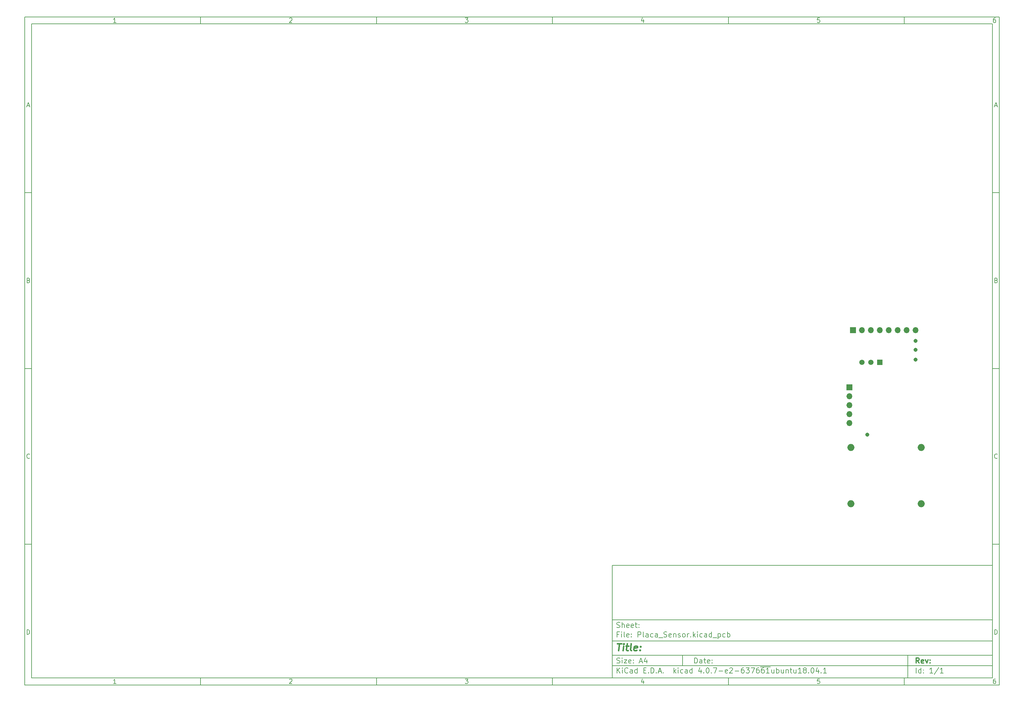
<source format=gbr>
G04 #@! TF.FileFunction,Soldermask,Bot*
%FSLAX46Y46*%
G04 Gerber Fmt 4.6, Leading zero omitted, Abs format (unit mm)*
G04 Created by KiCad (PCBNEW 4.0.7-e2-6376~61~ubuntu18.04.1) date Wed Jul 10 20:30:17 2019*
%MOMM*%
%LPD*%
G01*
G04 APERTURE LIST*
%ADD10C,0.100000*%
%ADD11C,0.150000*%
%ADD12C,0.300000*%
%ADD13C,0.400000*%
%ADD14O,2.000000X2.000000*%
%ADD15C,1.520000*%
%ADD16R,1.520000X1.520000*%
%ADD17R,1.700000X1.700000*%
%ADD18O,1.700000X1.700000*%
%ADD19C,1.143000*%
G04 APERTURE END LIST*
D10*
D11*
X177002200Y-166007200D02*
X177002200Y-198007200D01*
X285002200Y-198007200D01*
X285002200Y-166007200D01*
X177002200Y-166007200D01*
D10*
D11*
X10000000Y-10000000D02*
X10000000Y-200007200D01*
X287002200Y-200007200D01*
X287002200Y-10000000D01*
X10000000Y-10000000D01*
D10*
D11*
X12000000Y-12000000D02*
X12000000Y-198007200D01*
X285002200Y-198007200D01*
X285002200Y-12000000D01*
X12000000Y-12000000D01*
D10*
D11*
X60000000Y-12000000D02*
X60000000Y-10000000D01*
D10*
D11*
X110000000Y-12000000D02*
X110000000Y-10000000D01*
D10*
D11*
X160000000Y-12000000D02*
X160000000Y-10000000D01*
D10*
D11*
X210000000Y-12000000D02*
X210000000Y-10000000D01*
D10*
D11*
X260000000Y-12000000D02*
X260000000Y-10000000D01*
D10*
D11*
X35990476Y-11588095D02*
X35247619Y-11588095D01*
X35619048Y-11588095D02*
X35619048Y-10288095D01*
X35495238Y-10473810D01*
X35371429Y-10597619D01*
X35247619Y-10659524D01*
D10*
D11*
X85247619Y-10411905D02*
X85309524Y-10350000D01*
X85433333Y-10288095D01*
X85742857Y-10288095D01*
X85866667Y-10350000D01*
X85928571Y-10411905D01*
X85990476Y-10535714D01*
X85990476Y-10659524D01*
X85928571Y-10845238D01*
X85185714Y-11588095D01*
X85990476Y-11588095D01*
D10*
D11*
X135185714Y-10288095D02*
X135990476Y-10288095D01*
X135557143Y-10783333D01*
X135742857Y-10783333D01*
X135866667Y-10845238D01*
X135928571Y-10907143D01*
X135990476Y-11030952D01*
X135990476Y-11340476D01*
X135928571Y-11464286D01*
X135866667Y-11526190D01*
X135742857Y-11588095D01*
X135371429Y-11588095D01*
X135247619Y-11526190D01*
X135185714Y-11464286D01*
D10*
D11*
X185866667Y-10721429D02*
X185866667Y-11588095D01*
X185557143Y-10226190D02*
X185247619Y-11154762D01*
X186052381Y-11154762D01*
D10*
D11*
X235928571Y-10288095D02*
X235309524Y-10288095D01*
X235247619Y-10907143D01*
X235309524Y-10845238D01*
X235433333Y-10783333D01*
X235742857Y-10783333D01*
X235866667Y-10845238D01*
X235928571Y-10907143D01*
X235990476Y-11030952D01*
X235990476Y-11340476D01*
X235928571Y-11464286D01*
X235866667Y-11526190D01*
X235742857Y-11588095D01*
X235433333Y-11588095D01*
X235309524Y-11526190D01*
X235247619Y-11464286D01*
D10*
D11*
X285866667Y-10288095D02*
X285619048Y-10288095D01*
X285495238Y-10350000D01*
X285433333Y-10411905D01*
X285309524Y-10597619D01*
X285247619Y-10845238D01*
X285247619Y-11340476D01*
X285309524Y-11464286D01*
X285371429Y-11526190D01*
X285495238Y-11588095D01*
X285742857Y-11588095D01*
X285866667Y-11526190D01*
X285928571Y-11464286D01*
X285990476Y-11340476D01*
X285990476Y-11030952D01*
X285928571Y-10907143D01*
X285866667Y-10845238D01*
X285742857Y-10783333D01*
X285495238Y-10783333D01*
X285371429Y-10845238D01*
X285309524Y-10907143D01*
X285247619Y-11030952D01*
D10*
D11*
X60000000Y-198007200D02*
X60000000Y-200007200D01*
D10*
D11*
X110000000Y-198007200D02*
X110000000Y-200007200D01*
D10*
D11*
X160000000Y-198007200D02*
X160000000Y-200007200D01*
D10*
D11*
X210000000Y-198007200D02*
X210000000Y-200007200D01*
D10*
D11*
X260000000Y-198007200D02*
X260000000Y-200007200D01*
D10*
D11*
X35990476Y-199595295D02*
X35247619Y-199595295D01*
X35619048Y-199595295D02*
X35619048Y-198295295D01*
X35495238Y-198481010D01*
X35371429Y-198604819D01*
X35247619Y-198666724D01*
D10*
D11*
X85247619Y-198419105D02*
X85309524Y-198357200D01*
X85433333Y-198295295D01*
X85742857Y-198295295D01*
X85866667Y-198357200D01*
X85928571Y-198419105D01*
X85990476Y-198542914D01*
X85990476Y-198666724D01*
X85928571Y-198852438D01*
X85185714Y-199595295D01*
X85990476Y-199595295D01*
D10*
D11*
X135185714Y-198295295D02*
X135990476Y-198295295D01*
X135557143Y-198790533D01*
X135742857Y-198790533D01*
X135866667Y-198852438D01*
X135928571Y-198914343D01*
X135990476Y-199038152D01*
X135990476Y-199347676D01*
X135928571Y-199471486D01*
X135866667Y-199533390D01*
X135742857Y-199595295D01*
X135371429Y-199595295D01*
X135247619Y-199533390D01*
X135185714Y-199471486D01*
D10*
D11*
X185866667Y-198728629D02*
X185866667Y-199595295D01*
X185557143Y-198233390D02*
X185247619Y-199161962D01*
X186052381Y-199161962D01*
D10*
D11*
X235928571Y-198295295D02*
X235309524Y-198295295D01*
X235247619Y-198914343D01*
X235309524Y-198852438D01*
X235433333Y-198790533D01*
X235742857Y-198790533D01*
X235866667Y-198852438D01*
X235928571Y-198914343D01*
X235990476Y-199038152D01*
X235990476Y-199347676D01*
X235928571Y-199471486D01*
X235866667Y-199533390D01*
X235742857Y-199595295D01*
X235433333Y-199595295D01*
X235309524Y-199533390D01*
X235247619Y-199471486D01*
D10*
D11*
X285866667Y-198295295D02*
X285619048Y-198295295D01*
X285495238Y-198357200D01*
X285433333Y-198419105D01*
X285309524Y-198604819D01*
X285247619Y-198852438D01*
X285247619Y-199347676D01*
X285309524Y-199471486D01*
X285371429Y-199533390D01*
X285495238Y-199595295D01*
X285742857Y-199595295D01*
X285866667Y-199533390D01*
X285928571Y-199471486D01*
X285990476Y-199347676D01*
X285990476Y-199038152D01*
X285928571Y-198914343D01*
X285866667Y-198852438D01*
X285742857Y-198790533D01*
X285495238Y-198790533D01*
X285371429Y-198852438D01*
X285309524Y-198914343D01*
X285247619Y-199038152D01*
D10*
D11*
X10000000Y-60000000D02*
X12000000Y-60000000D01*
D10*
D11*
X10000000Y-110000000D02*
X12000000Y-110000000D01*
D10*
D11*
X10000000Y-160000000D02*
X12000000Y-160000000D01*
D10*
D11*
X10690476Y-35216667D02*
X11309524Y-35216667D01*
X10566667Y-35588095D02*
X11000000Y-34288095D01*
X11433333Y-35588095D01*
D10*
D11*
X11092857Y-84907143D02*
X11278571Y-84969048D01*
X11340476Y-85030952D01*
X11402381Y-85154762D01*
X11402381Y-85340476D01*
X11340476Y-85464286D01*
X11278571Y-85526190D01*
X11154762Y-85588095D01*
X10659524Y-85588095D01*
X10659524Y-84288095D01*
X11092857Y-84288095D01*
X11216667Y-84350000D01*
X11278571Y-84411905D01*
X11340476Y-84535714D01*
X11340476Y-84659524D01*
X11278571Y-84783333D01*
X11216667Y-84845238D01*
X11092857Y-84907143D01*
X10659524Y-84907143D01*
D10*
D11*
X11402381Y-135464286D02*
X11340476Y-135526190D01*
X11154762Y-135588095D01*
X11030952Y-135588095D01*
X10845238Y-135526190D01*
X10721429Y-135402381D01*
X10659524Y-135278571D01*
X10597619Y-135030952D01*
X10597619Y-134845238D01*
X10659524Y-134597619D01*
X10721429Y-134473810D01*
X10845238Y-134350000D01*
X11030952Y-134288095D01*
X11154762Y-134288095D01*
X11340476Y-134350000D01*
X11402381Y-134411905D01*
D10*
D11*
X10659524Y-185588095D02*
X10659524Y-184288095D01*
X10969048Y-184288095D01*
X11154762Y-184350000D01*
X11278571Y-184473810D01*
X11340476Y-184597619D01*
X11402381Y-184845238D01*
X11402381Y-185030952D01*
X11340476Y-185278571D01*
X11278571Y-185402381D01*
X11154762Y-185526190D01*
X10969048Y-185588095D01*
X10659524Y-185588095D01*
D10*
D11*
X287002200Y-60000000D02*
X285002200Y-60000000D01*
D10*
D11*
X287002200Y-110000000D02*
X285002200Y-110000000D01*
D10*
D11*
X287002200Y-160000000D02*
X285002200Y-160000000D01*
D10*
D11*
X285692676Y-35216667D02*
X286311724Y-35216667D01*
X285568867Y-35588095D02*
X286002200Y-34288095D01*
X286435533Y-35588095D01*
D10*
D11*
X286095057Y-84907143D02*
X286280771Y-84969048D01*
X286342676Y-85030952D01*
X286404581Y-85154762D01*
X286404581Y-85340476D01*
X286342676Y-85464286D01*
X286280771Y-85526190D01*
X286156962Y-85588095D01*
X285661724Y-85588095D01*
X285661724Y-84288095D01*
X286095057Y-84288095D01*
X286218867Y-84350000D01*
X286280771Y-84411905D01*
X286342676Y-84535714D01*
X286342676Y-84659524D01*
X286280771Y-84783333D01*
X286218867Y-84845238D01*
X286095057Y-84907143D01*
X285661724Y-84907143D01*
D10*
D11*
X286404581Y-135464286D02*
X286342676Y-135526190D01*
X286156962Y-135588095D01*
X286033152Y-135588095D01*
X285847438Y-135526190D01*
X285723629Y-135402381D01*
X285661724Y-135278571D01*
X285599819Y-135030952D01*
X285599819Y-134845238D01*
X285661724Y-134597619D01*
X285723629Y-134473810D01*
X285847438Y-134350000D01*
X286033152Y-134288095D01*
X286156962Y-134288095D01*
X286342676Y-134350000D01*
X286404581Y-134411905D01*
D10*
D11*
X285661724Y-185588095D02*
X285661724Y-184288095D01*
X285971248Y-184288095D01*
X286156962Y-184350000D01*
X286280771Y-184473810D01*
X286342676Y-184597619D01*
X286404581Y-184845238D01*
X286404581Y-185030952D01*
X286342676Y-185278571D01*
X286280771Y-185402381D01*
X286156962Y-185526190D01*
X285971248Y-185588095D01*
X285661724Y-185588095D01*
D10*
D11*
X200359343Y-193785771D02*
X200359343Y-192285771D01*
X200716486Y-192285771D01*
X200930771Y-192357200D01*
X201073629Y-192500057D01*
X201145057Y-192642914D01*
X201216486Y-192928629D01*
X201216486Y-193142914D01*
X201145057Y-193428629D01*
X201073629Y-193571486D01*
X200930771Y-193714343D01*
X200716486Y-193785771D01*
X200359343Y-193785771D01*
X202502200Y-193785771D02*
X202502200Y-193000057D01*
X202430771Y-192857200D01*
X202287914Y-192785771D01*
X202002200Y-192785771D01*
X201859343Y-192857200D01*
X202502200Y-193714343D02*
X202359343Y-193785771D01*
X202002200Y-193785771D01*
X201859343Y-193714343D01*
X201787914Y-193571486D01*
X201787914Y-193428629D01*
X201859343Y-193285771D01*
X202002200Y-193214343D01*
X202359343Y-193214343D01*
X202502200Y-193142914D01*
X203002200Y-192785771D02*
X203573629Y-192785771D01*
X203216486Y-192285771D02*
X203216486Y-193571486D01*
X203287914Y-193714343D01*
X203430772Y-193785771D01*
X203573629Y-193785771D01*
X204645057Y-193714343D02*
X204502200Y-193785771D01*
X204216486Y-193785771D01*
X204073629Y-193714343D01*
X204002200Y-193571486D01*
X204002200Y-193000057D01*
X204073629Y-192857200D01*
X204216486Y-192785771D01*
X204502200Y-192785771D01*
X204645057Y-192857200D01*
X204716486Y-193000057D01*
X204716486Y-193142914D01*
X204002200Y-193285771D01*
X205359343Y-193642914D02*
X205430771Y-193714343D01*
X205359343Y-193785771D01*
X205287914Y-193714343D01*
X205359343Y-193642914D01*
X205359343Y-193785771D01*
X205359343Y-192857200D02*
X205430771Y-192928629D01*
X205359343Y-193000057D01*
X205287914Y-192928629D01*
X205359343Y-192857200D01*
X205359343Y-193000057D01*
D10*
D11*
X177002200Y-194507200D02*
X285002200Y-194507200D01*
D10*
D11*
X178359343Y-196585771D02*
X178359343Y-195085771D01*
X179216486Y-196585771D02*
X178573629Y-195728629D01*
X179216486Y-195085771D02*
X178359343Y-195942914D01*
X179859343Y-196585771D02*
X179859343Y-195585771D01*
X179859343Y-195085771D02*
X179787914Y-195157200D01*
X179859343Y-195228629D01*
X179930771Y-195157200D01*
X179859343Y-195085771D01*
X179859343Y-195228629D01*
X181430772Y-196442914D02*
X181359343Y-196514343D01*
X181145057Y-196585771D01*
X181002200Y-196585771D01*
X180787915Y-196514343D01*
X180645057Y-196371486D01*
X180573629Y-196228629D01*
X180502200Y-195942914D01*
X180502200Y-195728629D01*
X180573629Y-195442914D01*
X180645057Y-195300057D01*
X180787915Y-195157200D01*
X181002200Y-195085771D01*
X181145057Y-195085771D01*
X181359343Y-195157200D01*
X181430772Y-195228629D01*
X182716486Y-196585771D02*
X182716486Y-195800057D01*
X182645057Y-195657200D01*
X182502200Y-195585771D01*
X182216486Y-195585771D01*
X182073629Y-195657200D01*
X182716486Y-196514343D02*
X182573629Y-196585771D01*
X182216486Y-196585771D01*
X182073629Y-196514343D01*
X182002200Y-196371486D01*
X182002200Y-196228629D01*
X182073629Y-196085771D01*
X182216486Y-196014343D01*
X182573629Y-196014343D01*
X182716486Y-195942914D01*
X184073629Y-196585771D02*
X184073629Y-195085771D01*
X184073629Y-196514343D02*
X183930772Y-196585771D01*
X183645058Y-196585771D01*
X183502200Y-196514343D01*
X183430772Y-196442914D01*
X183359343Y-196300057D01*
X183359343Y-195871486D01*
X183430772Y-195728629D01*
X183502200Y-195657200D01*
X183645058Y-195585771D01*
X183930772Y-195585771D01*
X184073629Y-195657200D01*
X185930772Y-195800057D02*
X186430772Y-195800057D01*
X186645058Y-196585771D02*
X185930772Y-196585771D01*
X185930772Y-195085771D01*
X186645058Y-195085771D01*
X187287915Y-196442914D02*
X187359343Y-196514343D01*
X187287915Y-196585771D01*
X187216486Y-196514343D01*
X187287915Y-196442914D01*
X187287915Y-196585771D01*
X188002201Y-196585771D02*
X188002201Y-195085771D01*
X188359344Y-195085771D01*
X188573629Y-195157200D01*
X188716487Y-195300057D01*
X188787915Y-195442914D01*
X188859344Y-195728629D01*
X188859344Y-195942914D01*
X188787915Y-196228629D01*
X188716487Y-196371486D01*
X188573629Y-196514343D01*
X188359344Y-196585771D01*
X188002201Y-196585771D01*
X189502201Y-196442914D02*
X189573629Y-196514343D01*
X189502201Y-196585771D01*
X189430772Y-196514343D01*
X189502201Y-196442914D01*
X189502201Y-196585771D01*
X190145058Y-196157200D02*
X190859344Y-196157200D01*
X190002201Y-196585771D02*
X190502201Y-195085771D01*
X191002201Y-196585771D01*
X191502201Y-196442914D02*
X191573629Y-196514343D01*
X191502201Y-196585771D01*
X191430772Y-196514343D01*
X191502201Y-196442914D01*
X191502201Y-196585771D01*
X194502201Y-196585771D02*
X194502201Y-195085771D01*
X194645058Y-196014343D02*
X195073629Y-196585771D01*
X195073629Y-195585771D02*
X194502201Y-196157200D01*
X195716487Y-196585771D02*
X195716487Y-195585771D01*
X195716487Y-195085771D02*
X195645058Y-195157200D01*
X195716487Y-195228629D01*
X195787915Y-195157200D01*
X195716487Y-195085771D01*
X195716487Y-195228629D01*
X197073630Y-196514343D02*
X196930773Y-196585771D01*
X196645059Y-196585771D01*
X196502201Y-196514343D01*
X196430773Y-196442914D01*
X196359344Y-196300057D01*
X196359344Y-195871486D01*
X196430773Y-195728629D01*
X196502201Y-195657200D01*
X196645059Y-195585771D01*
X196930773Y-195585771D01*
X197073630Y-195657200D01*
X198359344Y-196585771D02*
X198359344Y-195800057D01*
X198287915Y-195657200D01*
X198145058Y-195585771D01*
X197859344Y-195585771D01*
X197716487Y-195657200D01*
X198359344Y-196514343D02*
X198216487Y-196585771D01*
X197859344Y-196585771D01*
X197716487Y-196514343D01*
X197645058Y-196371486D01*
X197645058Y-196228629D01*
X197716487Y-196085771D01*
X197859344Y-196014343D01*
X198216487Y-196014343D01*
X198359344Y-195942914D01*
X199716487Y-196585771D02*
X199716487Y-195085771D01*
X199716487Y-196514343D02*
X199573630Y-196585771D01*
X199287916Y-196585771D01*
X199145058Y-196514343D01*
X199073630Y-196442914D01*
X199002201Y-196300057D01*
X199002201Y-195871486D01*
X199073630Y-195728629D01*
X199145058Y-195657200D01*
X199287916Y-195585771D01*
X199573630Y-195585771D01*
X199716487Y-195657200D01*
X202216487Y-195585771D02*
X202216487Y-196585771D01*
X201859344Y-195014343D02*
X201502201Y-196085771D01*
X202430773Y-196085771D01*
X203002201Y-196442914D02*
X203073629Y-196514343D01*
X203002201Y-196585771D01*
X202930772Y-196514343D01*
X203002201Y-196442914D01*
X203002201Y-196585771D01*
X204002201Y-195085771D02*
X204145058Y-195085771D01*
X204287915Y-195157200D01*
X204359344Y-195228629D01*
X204430773Y-195371486D01*
X204502201Y-195657200D01*
X204502201Y-196014343D01*
X204430773Y-196300057D01*
X204359344Y-196442914D01*
X204287915Y-196514343D01*
X204145058Y-196585771D01*
X204002201Y-196585771D01*
X203859344Y-196514343D01*
X203787915Y-196442914D01*
X203716487Y-196300057D01*
X203645058Y-196014343D01*
X203645058Y-195657200D01*
X203716487Y-195371486D01*
X203787915Y-195228629D01*
X203859344Y-195157200D01*
X204002201Y-195085771D01*
X205145058Y-196442914D02*
X205216486Y-196514343D01*
X205145058Y-196585771D01*
X205073629Y-196514343D01*
X205145058Y-196442914D01*
X205145058Y-196585771D01*
X205716487Y-195085771D02*
X206716487Y-195085771D01*
X206073630Y-196585771D01*
X207287915Y-196014343D02*
X208430772Y-196014343D01*
X209716486Y-196514343D02*
X209573629Y-196585771D01*
X209287915Y-196585771D01*
X209145058Y-196514343D01*
X209073629Y-196371486D01*
X209073629Y-195800057D01*
X209145058Y-195657200D01*
X209287915Y-195585771D01*
X209573629Y-195585771D01*
X209716486Y-195657200D01*
X209787915Y-195800057D01*
X209787915Y-195942914D01*
X209073629Y-196085771D01*
X210359343Y-195228629D02*
X210430772Y-195157200D01*
X210573629Y-195085771D01*
X210930772Y-195085771D01*
X211073629Y-195157200D01*
X211145058Y-195228629D01*
X211216486Y-195371486D01*
X211216486Y-195514343D01*
X211145058Y-195728629D01*
X210287915Y-196585771D01*
X211216486Y-196585771D01*
X211859343Y-196014343D02*
X213002200Y-196014343D01*
X214359343Y-195085771D02*
X214073629Y-195085771D01*
X213930772Y-195157200D01*
X213859343Y-195228629D01*
X213716486Y-195442914D01*
X213645057Y-195728629D01*
X213645057Y-196300057D01*
X213716486Y-196442914D01*
X213787914Y-196514343D01*
X213930772Y-196585771D01*
X214216486Y-196585771D01*
X214359343Y-196514343D01*
X214430772Y-196442914D01*
X214502200Y-196300057D01*
X214502200Y-195942914D01*
X214430772Y-195800057D01*
X214359343Y-195728629D01*
X214216486Y-195657200D01*
X213930772Y-195657200D01*
X213787914Y-195728629D01*
X213716486Y-195800057D01*
X213645057Y-195942914D01*
X215002200Y-195085771D02*
X215930771Y-195085771D01*
X215430771Y-195657200D01*
X215645057Y-195657200D01*
X215787914Y-195728629D01*
X215859343Y-195800057D01*
X215930771Y-195942914D01*
X215930771Y-196300057D01*
X215859343Y-196442914D01*
X215787914Y-196514343D01*
X215645057Y-196585771D01*
X215216485Y-196585771D01*
X215073628Y-196514343D01*
X215002200Y-196442914D01*
X216430771Y-195085771D02*
X217430771Y-195085771D01*
X216787914Y-196585771D01*
X218645056Y-195085771D02*
X218359342Y-195085771D01*
X218216485Y-195157200D01*
X218145056Y-195228629D01*
X218002199Y-195442914D01*
X217930770Y-195728629D01*
X217930770Y-196300057D01*
X218002199Y-196442914D01*
X218073627Y-196514343D01*
X218216485Y-196585771D01*
X218502199Y-196585771D01*
X218645056Y-196514343D01*
X218716485Y-196442914D01*
X218787913Y-196300057D01*
X218787913Y-195942914D01*
X218716485Y-195800057D01*
X218645056Y-195728629D01*
X218502199Y-195657200D01*
X218216485Y-195657200D01*
X218073627Y-195728629D01*
X218002199Y-195800057D01*
X217930770Y-195942914D01*
X220073627Y-195085771D02*
X219787913Y-195085771D01*
X219645056Y-195157200D01*
X219573627Y-195228629D01*
X219430770Y-195442914D01*
X219359341Y-195728629D01*
X219359341Y-196300057D01*
X219430770Y-196442914D01*
X219502198Y-196514343D01*
X219645056Y-196585771D01*
X219930770Y-196585771D01*
X220073627Y-196514343D01*
X220145056Y-196442914D01*
X220216484Y-196300057D01*
X220216484Y-195942914D01*
X220145056Y-195800057D01*
X220073627Y-195728629D01*
X219930770Y-195657200D01*
X219645056Y-195657200D01*
X219502198Y-195728629D01*
X219430770Y-195800057D01*
X219359341Y-195942914D01*
X221645055Y-196585771D02*
X220787912Y-196585771D01*
X221216484Y-196585771D02*
X221216484Y-195085771D01*
X221073627Y-195300057D01*
X220930769Y-195442914D01*
X220787912Y-195514343D01*
X219073627Y-194827200D02*
X221930769Y-194827200D01*
X222930769Y-195585771D02*
X222930769Y-196585771D01*
X222287912Y-195585771D02*
X222287912Y-196371486D01*
X222359340Y-196514343D01*
X222502198Y-196585771D01*
X222716483Y-196585771D01*
X222859340Y-196514343D01*
X222930769Y-196442914D01*
X223645055Y-196585771D02*
X223645055Y-195085771D01*
X223645055Y-195657200D02*
X223787912Y-195585771D01*
X224073626Y-195585771D01*
X224216483Y-195657200D01*
X224287912Y-195728629D01*
X224359341Y-195871486D01*
X224359341Y-196300057D01*
X224287912Y-196442914D01*
X224216483Y-196514343D01*
X224073626Y-196585771D01*
X223787912Y-196585771D01*
X223645055Y-196514343D01*
X225645055Y-195585771D02*
X225645055Y-196585771D01*
X225002198Y-195585771D02*
X225002198Y-196371486D01*
X225073626Y-196514343D01*
X225216484Y-196585771D01*
X225430769Y-196585771D01*
X225573626Y-196514343D01*
X225645055Y-196442914D01*
X226359341Y-195585771D02*
X226359341Y-196585771D01*
X226359341Y-195728629D02*
X226430769Y-195657200D01*
X226573627Y-195585771D01*
X226787912Y-195585771D01*
X226930769Y-195657200D01*
X227002198Y-195800057D01*
X227002198Y-196585771D01*
X227502198Y-195585771D02*
X228073627Y-195585771D01*
X227716484Y-195085771D02*
X227716484Y-196371486D01*
X227787912Y-196514343D01*
X227930770Y-196585771D01*
X228073627Y-196585771D01*
X229216484Y-195585771D02*
X229216484Y-196585771D01*
X228573627Y-195585771D02*
X228573627Y-196371486D01*
X228645055Y-196514343D01*
X228787913Y-196585771D01*
X229002198Y-196585771D01*
X229145055Y-196514343D01*
X229216484Y-196442914D01*
X230716484Y-196585771D02*
X229859341Y-196585771D01*
X230287913Y-196585771D02*
X230287913Y-195085771D01*
X230145056Y-195300057D01*
X230002198Y-195442914D01*
X229859341Y-195514343D01*
X231573627Y-195728629D02*
X231430769Y-195657200D01*
X231359341Y-195585771D01*
X231287912Y-195442914D01*
X231287912Y-195371486D01*
X231359341Y-195228629D01*
X231430769Y-195157200D01*
X231573627Y-195085771D01*
X231859341Y-195085771D01*
X232002198Y-195157200D01*
X232073627Y-195228629D01*
X232145055Y-195371486D01*
X232145055Y-195442914D01*
X232073627Y-195585771D01*
X232002198Y-195657200D01*
X231859341Y-195728629D01*
X231573627Y-195728629D01*
X231430769Y-195800057D01*
X231359341Y-195871486D01*
X231287912Y-196014343D01*
X231287912Y-196300057D01*
X231359341Y-196442914D01*
X231430769Y-196514343D01*
X231573627Y-196585771D01*
X231859341Y-196585771D01*
X232002198Y-196514343D01*
X232073627Y-196442914D01*
X232145055Y-196300057D01*
X232145055Y-196014343D01*
X232073627Y-195871486D01*
X232002198Y-195800057D01*
X231859341Y-195728629D01*
X232787912Y-196442914D02*
X232859340Y-196514343D01*
X232787912Y-196585771D01*
X232716483Y-196514343D01*
X232787912Y-196442914D01*
X232787912Y-196585771D01*
X233787912Y-195085771D02*
X233930769Y-195085771D01*
X234073626Y-195157200D01*
X234145055Y-195228629D01*
X234216484Y-195371486D01*
X234287912Y-195657200D01*
X234287912Y-196014343D01*
X234216484Y-196300057D01*
X234145055Y-196442914D01*
X234073626Y-196514343D01*
X233930769Y-196585771D01*
X233787912Y-196585771D01*
X233645055Y-196514343D01*
X233573626Y-196442914D01*
X233502198Y-196300057D01*
X233430769Y-196014343D01*
X233430769Y-195657200D01*
X233502198Y-195371486D01*
X233573626Y-195228629D01*
X233645055Y-195157200D01*
X233787912Y-195085771D01*
X235573626Y-195585771D02*
X235573626Y-196585771D01*
X235216483Y-195014343D02*
X234859340Y-196085771D01*
X235787912Y-196085771D01*
X236359340Y-196442914D02*
X236430768Y-196514343D01*
X236359340Y-196585771D01*
X236287911Y-196514343D01*
X236359340Y-196442914D01*
X236359340Y-196585771D01*
X237859340Y-196585771D02*
X237002197Y-196585771D01*
X237430769Y-196585771D02*
X237430769Y-195085771D01*
X237287912Y-195300057D01*
X237145054Y-195442914D01*
X237002197Y-195514343D01*
D10*
D11*
X177002200Y-191507200D02*
X285002200Y-191507200D01*
D10*
D12*
X264216486Y-193785771D02*
X263716486Y-193071486D01*
X263359343Y-193785771D02*
X263359343Y-192285771D01*
X263930771Y-192285771D01*
X264073629Y-192357200D01*
X264145057Y-192428629D01*
X264216486Y-192571486D01*
X264216486Y-192785771D01*
X264145057Y-192928629D01*
X264073629Y-193000057D01*
X263930771Y-193071486D01*
X263359343Y-193071486D01*
X265430771Y-193714343D02*
X265287914Y-193785771D01*
X265002200Y-193785771D01*
X264859343Y-193714343D01*
X264787914Y-193571486D01*
X264787914Y-193000057D01*
X264859343Y-192857200D01*
X265002200Y-192785771D01*
X265287914Y-192785771D01*
X265430771Y-192857200D01*
X265502200Y-193000057D01*
X265502200Y-193142914D01*
X264787914Y-193285771D01*
X266002200Y-192785771D02*
X266359343Y-193785771D01*
X266716485Y-192785771D01*
X267287914Y-193642914D02*
X267359342Y-193714343D01*
X267287914Y-193785771D01*
X267216485Y-193714343D01*
X267287914Y-193642914D01*
X267287914Y-193785771D01*
X267287914Y-192857200D02*
X267359342Y-192928629D01*
X267287914Y-193000057D01*
X267216485Y-192928629D01*
X267287914Y-192857200D01*
X267287914Y-193000057D01*
D10*
D11*
X178287914Y-193714343D02*
X178502200Y-193785771D01*
X178859343Y-193785771D01*
X179002200Y-193714343D01*
X179073629Y-193642914D01*
X179145057Y-193500057D01*
X179145057Y-193357200D01*
X179073629Y-193214343D01*
X179002200Y-193142914D01*
X178859343Y-193071486D01*
X178573629Y-193000057D01*
X178430771Y-192928629D01*
X178359343Y-192857200D01*
X178287914Y-192714343D01*
X178287914Y-192571486D01*
X178359343Y-192428629D01*
X178430771Y-192357200D01*
X178573629Y-192285771D01*
X178930771Y-192285771D01*
X179145057Y-192357200D01*
X179787914Y-193785771D02*
X179787914Y-192785771D01*
X179787914Y-192285771D02*
X179716485Y-192357200D01*
X179787914Y-192428629D01*
X179859342Y-192357200D01*
X179787914Y-192285771D01*
X179787914Y-192428629D01*
X180359343Y-192785771D02*
X181145057Y-192785771D01*
X180359343Y-193785771D01*
X181145057Y-193785771D01*
X182287914Y-193714343D02*
X182145057Y-193785771D01*
X181859343Y-193785771D01*
X181716486Y-193714343D01*
X181645057Y-193571486D01*
X181645057Y-193000057D01*
X181716486Y-192857200D01*
X181859343Y-192785771D01*
X182145057Y-192785771D01*
X182287914Y-192857200D01*
X182359343Y-193000057D01*
X182359343Y-193142914D01*
X181645057Y-193285771D01*
X183002200Y-193642914D02*
X183073628Y-193714343D01*
X183002200Y-193785771D01*
X182930771Y-193714343D01*
X183002200Y-193642914D01*
X183002200Y-193785771D01*
X183002200Y-192857200D02*
X183073628Y-192928629D01*
X183002200Y-193000057D01*
X182930771Y-192928629D01*
X183002200Y-192857200D01*
X183002200Y-193000057D01*
X184787914Y-193357200D02*
X185502200Y-193357200D01*
X184645057Y-193785771D02*
X185145057Y-192285771D01*
X185645057Y-193785771D01*
X186787914Y-192785771D02*
X186787914Y-193785771D01*
X186430771Y-192214343D02*
X186073628Y-193285771D01*
X187002200Y-193285771D01*
D10*
D11*
X263359343Y-196585771D02*
X263359343Y-195085771D01*
X264716486Y-196585771D02*
X264716486Y-195085771D01*
X264716486Y-196514343D02*
X264573629Y-196585771D01*
X264287915Y-196585771D01*
X264145057Y-196514343D01*
X264073629Y-196442914D01*
X264002200Y-196300057D01*
X264002200Y-195871486D01*
X264073629Y-195728629D01*
X264145057Y-195657200D01*
X264287915Y-195585771D01*
X264573629Y-195585771D01*
X264716486Y-195657200D01*
X265430772Y-196442914D02*
X265502200Y-196514343D01*
X265430772Y-196585771D01*
X265359343Y-196514343D01*
X265430772Y-196442914D01*
X265430772Y-196585771D01*
X265430772Y-195657200D02*
X265502200Y-195728629D01*
X265430772Y-195800057D01*
X265359343Y-195728629D01*
X265430772Y-195657200D01*
X265430772Y-195800057D01*
X268073629Y-196585771D02*
X267216486Y-196585771D01*
X267645058Y-196585771D02*
X267645058Y-195085771D01*
X267502201Y-195300057D01*
X267359343Y-195442914D01*
X267216486Y-195514343D01*
X269787914Y-195014343D02*
X268502200Y-196942914D01*
X271073629Y-196585771D02*
X270216486Y-196585771D01*
X270645058Y-196585771D02*
X270645058Y-195085771D01*
X270502201Y-195300057D01*
X270359343Y-195442914D01*
X270216486Y-195514343D01*
D10*
D11*
X177002200Y-187507200D02*
X285002200Y-187507200D01*
D10*
D13*
X178454581Y-188211962D02*
X179597438Y-188211962D01*
X178776010Y-190211962D02*
X179026010Y-188211962D01*
X180014105Y-190211962D02*
X180180771Y-188878629D01*
X180264105Y-188211962D02*
X180156962Y-188307200D01*
X180240295Y-188402438D01*
X180347439Y-188307200D01*
X180264105Y-188211962D01*
X180240295Y-188402438D01*
X180847438Y-188878629D02*
X181609343Y-188878629D01*
X181216486Y-188211962D02*
X181002200Y-189926248D01*
X181073630Y-190116724D01*
X181252201Y-190211962D01*
X181442677Y-190211962D01*
X182395058Y-190211962D02*
X182216487Y-190116724D01*
X182145057Y-189926248D01*
X182359343Y-188211962D01*
X183930772Y-190116724D02*
X183728391Y-190211962D01*
X183347439Y-190211962D01*
X183168867Y-190116724D01*
X183097438Y-189926248D01*
X183192676Y-189164343D01*
X183311724Y-188973867D01*
X183514105Y-188878629D01*
X183895057Y-188878629D01*
X184073629Y-188973867D01*
X184145057Y-189164343D01*
X184121248Y-189354819D01*
X183145057Y-189545295D01*
X184895057Y-190021486D02*
X184978392Y-190116724D01*
X184871248Y-190211962D01*
X184787915Y-190116724D01*
X184895057Y-190021486D01*
X184871248Y-190211962D01*
X185026010Y-188973867D02*
X185109344Y-189069105D01*
X185002200Y-189164343D01*
X184918867Y-189069105D01*
X185026010Y-188973867D01*
X185002200Y-189164343D01*
D10*
D11*
X178859343Y-185600057D02*
X178359343Y-185600057D01*
X178359343Y-186385771D02*
X178359343Y-184885771D01*
X179073629Y-184885771D01*
X179645057Y-186385771D02*
X179645057Y-185385771D01*
X179645057Y-184885771D02*
X179573628Y-184957200D01*
X179645057Y-185028629D01*
X179716485Y-184957200D01*
X179645057Y-184885771D01*
X179645057Y-185028629D01*
X180573629Y-186385771D02*
X180430771Y-186314343D01*
X180359343Y-186171486D01*
X180359343Y-184885771D01*
X181716485Y-186314343D02*
X181573628Y-186385771D01*
X181287914Y-186385771D01*
X181145057Y-186314343D01*
X181073628Y-186171486D01*
X181073628Y-185600057D01*
X181145057Y-185457200D01*
X181287914Y-185385771D01*
X181573628Y-185385771D01*
X181716485Y-185457200D01*
X181787914Y-185600057D01*
X181787914Y-185742914D01*
X181073628Y-185885771D01*
X182430771Y-186242914D02*
X182502199Y-186314343D01*
X182430771Y-186385771D01*
X182359342Y-186314343D01*
X182430771Y-186242914D01*
X182430771Y-186385771D01*
X182430771Y-185457200D02*
X182502199Y-185528629D01*
X182430771Y-185600057D01*
X182359342Y-185528629D01*
X182430771Y-185457200D01*
X182430771Y-185600057D01*
X184287914Y-186385771D02*
X184287914Y-184885771D01*
X184859342Y-184885771D01*
X185002200Y-184957200D01*
X185073628Y-185028629D01*
X185145057Y-185171486D01*
X185145057Y-185385771D01*
X185073628Y-185528629D01*
X185002200Y-185600057D01*
X184859342Y-185671486D01*
X184287914Y-185671486D01*
X186002200Y-186385771D02*
X185859342Y-186314343D01*
X185787914Y-186171486D01*
X185787914Y-184885771D01*
X187216485Y-186385771D02*
X187216485Y-185600057D01*
X187145056Y-185457200D01*
X187002199Y-185385771D01*
X186716485Y-185385771D01*
X186573628Y-185457200D01*
X187216485Y-186314343D02*
X187073628Y-186385771D01*
X186716485Y-186385771D01*
X186573628Y-186314343D01*
X186502199Y-186171486D01*
X186502199Y-186028629D01*
X186573628Y-185885771D01*
X186716485Y-185814343D01*
X187073628Y-185814343D01*
X187216485Y-185742914D01*
X188573628Y-186314343D02*
X188430771Y-186385771D01*
X188145057Y-186385771D01*
X188002199Y-186314343D01*
X187930771Y-186242914D01*
X187859342Y-186100057D01*
X187859342Y-185671486D01*
X187930771Y-185528629D01*
X188002199Y-185457200D01*
X188145057Y-185385771D01*
X188430771Y-185385771D01*
X188573628Y-185457200D01*
X189859342Y-186385771D02*
X189859342Y-185600057D01*
X189787913Y-185457200D01*
X189645056Y-185385771D01*
X189359342Y-185385771D01*
X189216485Y-185457200D01*
X189859342Y-186314343D02*
X189716485Y-186385771D01*
X189359342Y-186385771D01*
X189216485Y-186314343D01*
X189145056Y-186171486D01*
X189145056Y-186028629D01*
X189216485Y-185885771D01*
X189359342Y-185814343D01*
X189716485Y-185814343D01*
X189859342Y-185742914D01*
X190216485Y-186528629D02*
X191359342Y-186528629D01*
X191645056Y-186314343D02*
X191859342Y-186385771D01*
X192216485Y-186385771D01*
X192359342Y-186314343D01*
X192430771Y-186242914D01*
X192502199Y-186100057D01*
X192502199Y-185957200D01*
X192430771Y-185814343D01*
X192359342Y-185742914D01*
X192216485Y-185671486D01*
X191930771Y-185600057D01*
X191787913Y-185528629D01*
X191716485Y-185457200D01*
X191645056Y-185314343D01*
X191645056Y-185171486D01*
X191716485Y-185028629D01*
X191787913Y-184957200D01*
X191930771Y-184885771D01*
X192287913Y-184885771D01*
X192502199Y-184957200D01*
X193716484Y-186314343D02*
X193573627Y-186385771D01*
X193287913Y-186385771D01*
X193145056Y-186314343D01*
X193073627Y-186171486D01*
X193073627Y-185600057D01*
X193145056Y-185457200D01*
X193287913Y-185385771D01*
X193573627Y-185385771D01*
X193716484Y-185457200D01*
X193787913Y-185600057D01*
X193787913Y-185742914D01*
X193073627Y-185885771D01*
X194430770Y-185385771D02*
X194430770Y-186385771D01*
X194430770Y-185528629D02*
X194502198Y-185457200D01*
X194645056Y-185385771D01*
X194859341Y-185385771D01*
X195002198Y-185457200D01*
X195073627Y-185600057D01*
X195073627Y-186385771D01*
X195716484Y-186314343D02*
X195859341Y-186385771D01*
X196145056Y-186385771D01*
X196287913Y-186314343D01*
X196359341Y-186171486D01*
X196359341Y-186100057D01*
X196287913Y-185957200D01*
X196145056Y-185885771D01*
X195930770Y-185885771D01*
X195787913Y-185814343D01*
X195716484Y-185671486D01*
X195716484Y-185600057D01*
X195787913Y-185457200D01*
X195930770Y-185385771D01*
X196145056Y-185385771D01*
X196287913Y-185457200D01*
X197216485Y-186385771D02*
X197073627Y-186314343D01*
X197002199Y-186242914D01*
X196930770Y-186100057D01*
X196930770Y-185671486D01*
X197002199Y-185528629D01*
X197073627Y-185457200D01*
X197216485Y-185385771D01*
X197430770Y-185385771D01*
X197573627Y-185457200D01*
X197645056Y-185528629D01*
X197716485Y-185671486D01*
X197716485Y-186100057D01*
X197645056Y-186242914D01*
X197573627Y-186314343D01*
X197430770Y-186385771D01*
X197216485Y-186385771D01*
X198359342Y-186385771D02*
X198359342Y-185385771D01*
X198359342Y-185671486D02*
X198430770Y-185528629D01*
X198502199Y-185457200D01*
X198645056Y-185385771D01*
X198787913Y-185385771D01*
X199287913Y-186242914D02*
X199359341Y-186314343D01*
X199287913Y-186385771D01*
X199216484Y-186314343D01*
X199287913Y-186242914D01*
X199287913Y-186385771D01*
X200002199Y-186385771D02*
X200002199Y-184885771D01*
X200145056Y-185814343D02*
X200573627Y-186385771D01*
X200573627Y-185385771D02*
X200002199Y-185957200D01*
X201216485Y-186385771D02*
X201216485Y-185385771D01*
X201216485Y-184885771D02*
X201145056Y-184957200D01*
X201216485Y-185028629D01*
X201287913Y-184957200D01*
X201216485Y-184885771D01*
X201216485Y-185028629D01*
X202573628Y-186314343D02*
X202430771Y-186385771D01*
X202145057Y-186385771D01*
X202002199Y-186314343D01*
X201930771Y-186242914D01*
X201859342Y-186100057D01*
X201859342Y-185671486D01*
X201930771Y-185528629D01*
X202002199Y-185457200D01*
X202145057Y-185385771D01*
X202430771Y-185385771D01*
X202573628Y-185457200D01*
X203859342Y-186385771D02*
X203859342Y-185600057D01*
X203787913Y-185457200D01*
X203645056Y-185385771D01*
X203359342Y-185385771D01*
X203216485Y-185457200D01*
X203859342Y-186314343D02*
X203716485Y-186385771D01*
X203359342Y-186385771D01*
X203216485Y-186314343D01*
X203145056Y-186171486D01*
X203145056Y-186028629D01*
X203216485Y-185885771D01*
X203359342Y-185814343D01*
X203716485Y-185814343D01*
X203859342Y-185742914D01*
X205216485Y-186385771D02*
X205216485Y-184885771D01*
X205216485Y-186314343D02*
X205073628Y-186385771D01*
X204787914Y-186385771D01*
X204645056Y-186314343D01*
X204573628Y-186242914D01*
X204502199Y-186100057D01*
X204502199Y-185671486D01*
X204573628Y-185528629D01*
X204645056Y-185457200D01*
X204787914Y-185385771D01*
X205073628Y-185385771D01*
X205216485Y-185457200D01*
X205573628Y-186528629D02*
X206716485Y-186528629D01*
X207073628Y-185385771D02*
X207073628Y-186885771D01*
X207073628Y-185457200D02*
X207216485Y-185385771D01*
X207502199Y-185385771D01*
X207645056Y-185457200D01*
X207716485Y-185528629D01*
X207787914Y-185671486D01*
X207787914Y-186100057D01*
X207716485Y-186242914D01*
X207645056Y-186314343D01*
X207502199Y-186385771D01*
X207216485Y-186385771D01*
X207073628Y-186314343D01*
X209073628Y-186314343D02*
X208930771Y-186385771D01*
X208645057Y-186385771D01*
X208502199Y-186314343D01*
X208430771Y-186242914D01*
X208359342Y-186100057D01*
X208359342Y-185671486D01*
X208430771Y-185528629D01*
X208502199Y-185457200D01*
X208645057Y-185385771D01*
X208930771Y-185385771D01*
X209073628Y-185457200D01*
X209716485Y-186385771D02*
X209716485Y-184885771D01*
X209716485Y-185457200D02*
X209859342Y-185385771D01*
X210145056Y-185385771D01*
X210287913Y-185457200D01*
X210359342Y-185528629D01*
X210430771Y-185671486D01*
X210430771Y-186100057D01*
X210359342Y-186242914D01*
X210287913Y-186314343D01*
X210145056Y-186385771D01*
X209859342Y-186385771D01*
X209716485Y-186314343D01*
D10*
D11*
X177002200Y-181507200D02*
X285002200Y-181507200D01*
D10*
D11*
X178287914Y-183614343D02*
X178502200Y-183685771D01*
X178859343Y-183685771D01*
X179002200Y-183614343D01*
X179073629Y-183542914D01*
X179145057Y-183400057D01*
X179145057Y-183257200D01*
X179073629Y-183114343D01*
X179002200Y-183042914D01*
X178859343Y-182971486D01*
X178573629Y-182900057D01*
X178430771Y-182828629D01*
X178359343Y-182757200D01*
X178287914Y-182614343D01*
X178287914Y-182471486D01*
X178359343Y-182328629D01*
X178430771Y-182257200D01*
X178573629Y-182185771D01*
X178930771Y-182185771D01*
X179145057Y-182257200D01*
X179787914Y-183685771D02*
X179787914Y-182185771D01*
X180430771Y-183685771D02*
X180430771Y-182900057D01*
X180359342Y-182757200D01*
X180216485Y-182685771D01*
X180002200Y-182685771D01*
X179859342Y-182757200D01*
X179787914Y-182828629D01*
X181716485Y-183614343D02*
X181573628Y-183685771D01*
X181287914Y-183685771D01*
X181145057Y-183614343D01*
X181073628Y-183471486D01*
X181073628Y-182900057D01*
X181145057Y-182757200D01*
X181287914Y-182685771D01*
X181573628Y-182685771D01*
X181716485Y-182757200D01*
X181787914Y-182900057D01*
X181787914Y-183042914D01*
X181073628Y-183185771D01*
X183002199Y-183614343D02*
X182859342Y-183685771D01*
X182573628Y-183685771D01*
X182430771Y-183614343D01*
X182359342Y-183471486D01*
X182359342Y-182900057D01*
X182430771Y-182757200D01*
X182573628Y-182685771D01*
X182859342Y-182685771D01*
X183002199Y-182757200D01*
X183073628Y-182900057D01*
X183073628Y-183042914D01*
X182359342Y-183185771D01*
X183502199Y-182685771D02*
X184073628Y-182685771D01*
X183716485Y-182185771D02*
X183716485Y-183471486D01*
X183787913Y-183614343D01*
X183930771Y-183685771D01*
X184073628Y-183685771D01*
X184573628Y-183542914D02*
X184645056Y-183614343D01*
X184573628Y-183685771D01*
X184502199Y-183614343D01*
X184573628Y-183542914D01*
X184573628Y-183685771D01*
X184573628Y-182757200D02*
X184645056Y-182828629D01*
X184573628Y-182900057D01*
X184502199Y-182828629D01*
X184573628Y-182757200D01*
X184573628Y-182900057D01*
D10*
D11*
X197002200Y-191507200D02*
X197002200Y-194507200D01*
D10*
D11*
X261002200Y-191507200D02*
X261002200Y-198007200D01*
D14*
X244825500Y-148462000D03*
X244825500Y-132462000D03*
X264825500Y-132462000D03*
X264825500Y-148462000D03*
D15*
X250507500Y-108204000D03*
X247967500Y-108204000D03*
D16*
X253047500Y-108204000D03*
D17*
X244411500Y-115316000D03*
D18*
X244411500Y-117856000D03*
X244411500Y-120396000D03*
X244411500Y-122936000D03*
X244411500Y-125476000D03*
D19*
X249491500Y-128778000D03*
X263207500Y-102108000D03*
X263207500Y-107442000D03*
D17*
X245427500Y-99060000D03*
D18*
X247967500Y-99060000D03*
X250507500Y-99060000D03*
X253047500Y-99060000D03*
X255587500Y-99060000D03*
X258127500Y-99060000D03*
X260667500Y-99060000D03*
X263207500Y-99060000D03*
D19*
X263207500Y-104648000D03*
M02*

</source>
